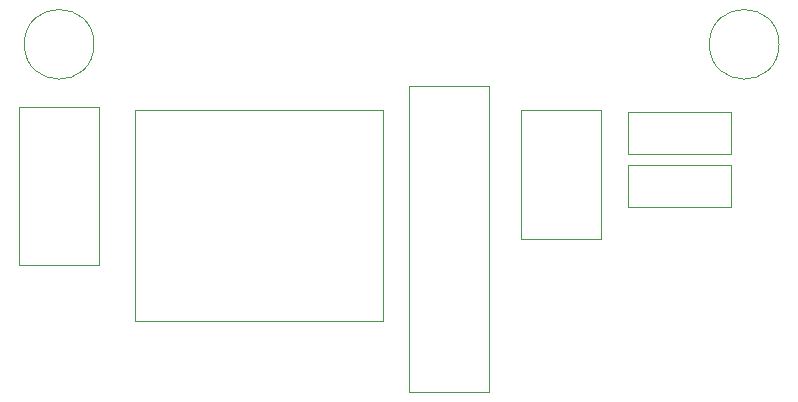
<source format=gbr>
G04 #@! TF.GenerationSoftware,KiCad,Pcbnew,8.0.7*
G04 #@! TF.CreationDate,2024-12-27T16:52:24+10:00*
G04 #@! TF.ProjectId,Input Board,496e7075-7420-4426-9f61-72642e6b6963,rev?*
G04 #@! TF.SameCoordinates,Original*
G04 #@! TF.FileFunction,Other,User*
%FSLAX46Y46*%
G04 Gerber Fmt 4.6, Leading zero omitted, Abs format (unit mm)*
G04 Created by KiCad (PCBNEW 8.0.7) date 2024-12-27 16:52:24*
%MOMM*%
%LPD*%
G01*
G04 APERTURE LIST*
%ADD10C,0.050000*%
G04 APERTURE END LIST*
D10*
X109950000Y-70900000D02*
X130925000Y-70900000D01*
X130925000Y-53100000D01*
X109950000Y-53100000D01*
X109950000Y-70900000D01*
X133100000Y-76950000D02*
X139850000Y-76950000D01*
X139850000Y-76950000D02*
X139850000Y-51050000D01*
X133100000Y-51050000D02*
X133100000Y-76950000D01*
X139850000Y-51050000D02*
X133100000Y-51050000D01*
X106875000Y-52800000D02*
X100125000Y-52800000D01*
X100125000Y-52800000D02*
X100125000Y-66200000D01*
X106875000Y-66200000D02*
X106875000Y-52800000D01*
X100125000Y-66200000D02*
X106875000Y-66200000D01*
X142600000Y-63950000D02*
X149350000Y-63950000D01*
X149350000Y-63950000D02*
X149350000Y-53050000D01*
X142600000Y-53050000D02*
X142600000Y-63950000D01*
X149350000Y-53050000D02*
X142600000Y-53050000D01*
X151700000Y-61300000D02*
X160350000Y-61300000D01*
X160350000Y-61300000D02*
X160350000Y-57700000D01*
X151700000Y-57700000D02*
X151700000Y-61300000D01*
X160350000Y-57700000D02*
X151700000Y-57700000D01*
X151700000Y-56800000D02*
X160350000Y-56800000D01*
X160350000Y-56800000D02*
X160350000Y-53200000D01*
X151700000Y-53200000D02*
X151700000Y-56800000D01*
X160350000Y-53200000D02*
X151700000Y-53200000D01*
X164450000Y-47500000D02*
G75*
G02*
X158550000Y-47500000I-2950000J0D01*
G01*
X158550000Y-47500000D02*
G75*
G02*
X164450000Y-47500000I2950000J0D01*
G01*
X106450000Y-47500000D02*
G75*
G02*
X100550000Y-47500000I-2950000J0D01*
G01*
X100550000Y-47500000D02*
G75*
G02*
X106450000Y-47500000I2950000J0D01*
G01*
M02*

</source>
